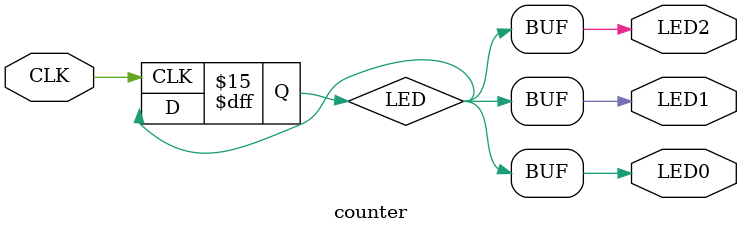
<source format=v>
module counter(CLK, LED0, LED1, LED2);
input wire CLK;
output wire LED0, LED1, LED2;

reg LED;
initial LED <= 1'b0;

// Счётчик
reg [24:0] counter;
initial counter <= 25'd0;

always @(posedge CLK) begin
	if (counter == 25'd25000000) begin
		counter <= 25'd0;
		LED <= -LED;
	end else begin
		counter <= counter + 1'b1;
	end
end
assign LED0 = LED;
assign LED1 = -LED;
assign LED2 = LED;

endmodule 

//always @(posedge CLK or posedge RST)
//begin
//if (RST == 1) COUNT <= 'b0;
//else COUNT <= 14'b01;
//else
//if (CE == 1)
//begin
//if (LOAD == 1) COUNT <= DIN;
//else
//begin
//if (DIR == 1) COUNT <= COUNT + 1;
//else if (DIR == 0) COUNT <= COUNT - 1;
//end
//end
//end
//endmodule
</source>
